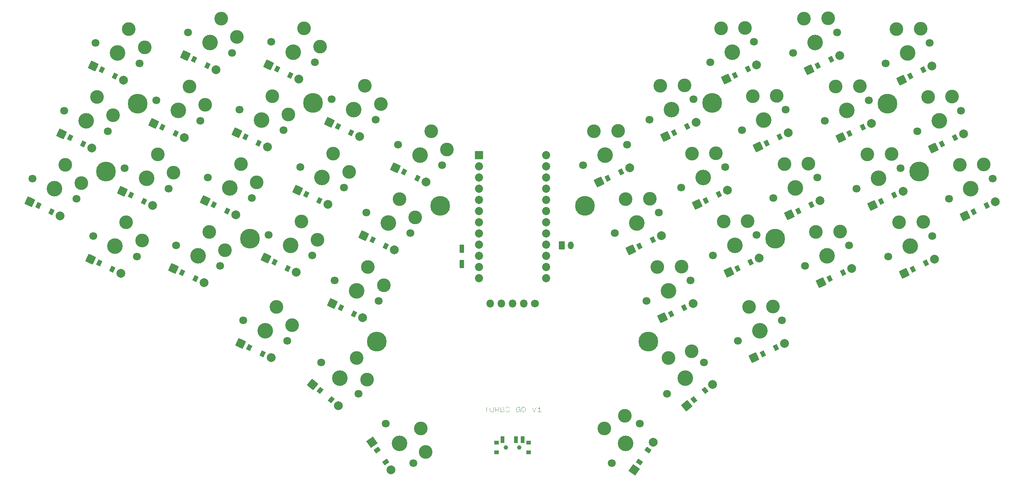
<source format=gbr>
%TF.GenerationSoftware,KiCad,Pcbnew,7.0.10*%
%TF.CreationDate,2024-01-18T08:47:23+01:00*%
%TF.ProjectId,turbo_go_2,74757262-6f5f-4676-9f5f-322e6b696361,v1.0.0*%
%TF.SameCoordinates,Original*%
%TF.FileFunction,Soldermask,Top*%
%TF.FilePolarity,Negative*%
%FSLAX46Y46*%
G04 Gerber Fmt 4.6, Leading zero omitted, Abs format (unit mm)*
G04 Created by KiCad (PCBNEW 7.0.10) date 2024-01-18 08:47:23*
%MOMM*%
%LPD*%
G01*
G04 APERTURE LIST*
G04 Aperture macros list*
%AMRoundRect*
0 Rectangle with rounded corners*
0 $1 Rounding radius*
0 $2 $3 $4 $5 $6 $7 $8 $9 X,Y pos of 4 corners*
0 Add a 4 corners polygon primitive as box body*
4,1,4,$2,$3,$4,$5,$6,$7,$8,$9,$2,$3,0*
0 Add four circle primitives for the rounded corners*
1,1,$1+$1,$2,$3*
1,1,$1+$1,$4,$5*
1,1,$1+$1,$6,$7*
1,1,$1+$1,$8,$9*
0 Add four rect primitives between the rounded corners*
20,1,$1+$1,$2,$3,$4,$5,0*
20,1,$1+$1,$4,$5,$6,$7,0*
20,1,$1+$1,$6,$7,$8,$9,0*
20,1,$1+$1,$8,$9,$2,$3,0*%
G04 Aperture macros list end*
%ADD10C,0.800000*%
%ADD11C,4.500000*%
%ADD12C,1.801800*%
%ADD13C,3.100000*%
%ADD14C,3.529000*%
%ADD15RoundRect,0.050000X-1.181415X-0.430000X0.430000X-1.181415X1.181415X0.430000X-0.430000X1.181415X0*%
%ADD16RoundRect,0.050000X-0.661409X-0.353606X0.154268X-0.733963X0.661409X0.353606X-0.154268X0.733963X0*%
%ADD17C,2.005000*%
%ADD18RoundRect,0.050000X-0.430000X-1.181415X1.181415X-0.430000X0.430000X1.181415X-1.181415X0.430000X0*%
%ADD19RoundRect,0.050000X-0.154268X-0.733963X0.661409X-0.353606X0.154268X0.733963X-0.661409X0.353606X0*%
%ADD20RoundRect,0.050000X-0.876300X0.876300X-0.876300X-0.876300X0.876300X-0.876300X0.876300X0.876300X0*%
%ADD21C,1.852600*%
%ADD22RoundRect,0.050000X-0.450000X-0.850000X0.450000X-0.850000X0.450000X0.850000X-0.450000X0.850000X0*%
%ADD23RoundRect,0.050000X-1.238136X0.218317X-0.218317X-1.238136X1.238136X-0.218317X0.218317X1.238136X0*%
%ADD24RoundRect,0.050000X-0.749601X0.024473X-0.233382X-0.712764X0.749601X-0.024473X0.233382X0.712764X0*%
%ADD25O,1.800000X1.800000*%
%ADD26C,1.800000*%
%ADD27RoundRect,0.050000X-0.600000X-0.850000X0.600000X-0.850000X0.600000X0.850000X-0.600000X0.850000X0*%
%ADD28O,1.300000X1.800000*%
%ADD29RoundRect,0.050000X-1.252452X-0.109575X0.109575X-1.252452X1.252452X0.109575X-0.109575X1.252452X0*%
%ADD30RoundRect,0.050000X-0.730393X-0.170372X-0.040953X-0.748881X0.730393X0.170372X0.040953X0.748881X0*%
%ADD31RoundRect,0.050000X0.218317X-1.238136X1.238136X0.218317X-0.218317X1.238136X-1.238136X-0.218317X0*%
%ADD32RoundRect,0.050000X0.233382X-0.712764X0.749601X0.024473X-0.233382X0.712764X-0.749601X-0.024473X0*%
%ADD33RoundRect,0.050000X-0.500000X-0.400000X0.500000X-0.400000X0.500000X0.400000X-0.500000X0.400000X0*%
%ADD34C,1.000000*%
%ADD35RoundRect,0.050000X-0.350000X-0.750000X0.350000X-0.750000X0.350000X0.750000X-0.350000X0.750000X0*%
%ADD36RoundRect,0.050000X-0.109575X-1.252452X1.252452X-0.109575X0.109575X1.252452X-1.252452X0.109575X0*%
%ADD37RoundRect,0.050000X0.040953X-0.748881X0.730393X-0.170372X-0.040953X0.748881X-0.730393X0.170372X0*%
G04 APERTURE END LIST*
%TO.C,G\u002A\u002A\u002A*%
G36*
X154405700Y-171067978D02*
G01*
X154541462Y-171071988D01*
X154634884Y-171078439D01*
X154682562Y-171087143D01*
X154688200Y-171092000D01*
X154664322Y-171104369D01*
X154598650Y-171113129D01*
X154500126Y-171117227D01*
X154472300Y-171117400D01*
X154256400Y-171117400D01*
X154256400Y-171650800D01*
X154255213Y-171843362D01*
X154251740Y-171995640D01*
X154246112Y-172104871D01*
X154238461Y-172168296D01*
X154231000Y-172184200D01*
X154221830Y-172159275D01*
X154214579Y-172086343D01*
X154209377Y-171968164D01*
X154206357Y-171807499D01*
X154205600Y-171650800D01*
X154205600Y-171117400D01*
X153989700Y-171117400D01*
X153884557Y-171114590D01*
X153810100Y-171106864D01*
X153775269Y-171095273D01*
X153773800Y-171092000D01*
X153798613Y-171082294D01*
X153870784Y-171074752D01*
X153986909Y-171069561D01*
X154143584Y-171066913D01*
X154231000Y-171066600D01*
X154405700Y-171067978D01*
G37*
G36*
X166270420Y-171053789D02*
G01*
X166279427Y-171084570D01*
X166286675Y-171162059D01*
X166291975Y-171282191D01*
X166295136Y-171440898D01*
X166296000Y-171601499D01*
X166296000Y-172133400D01*
X166461100Y-172133400D01*
X166547374Y-172136988D01*
X166606442Y-172146495D01*
X166626200Y-172158800D01*
X166601581Y-172169272D01*
X166530752Y-172177203D01*
X166418254Y-172182281D01*
X166268629Y-172184192D01*
X166257900Y-172184200D01*
X166106053Y-172182502D01*
X165991045Y-172177617D01*
X165917414Y-172169858D01*
X165889703Y-172159539D01*
X165889600Y-172158800D01*
X165912927Y-172145526D01*
X165974721Y-172136439D01*
X166054700Y-172133400D01*
X166219800Y-172133400D01*
X166219800Y-171710363D01*
X166219543Y-171555379D01*
X166218264Y-171444773D01*
X166215199Y-171372120D01*
X166209587Y-171330999D01*
X166200663Y-171314987D01*
X166187665Y-171317661D01*
X166174420Y-171328394D01*
X166111224Y-171372963D01*
X166036403Y-171408663D01*
X165966114Y-171429666D01*
X165916511Y-171430138D01*
X165907410Y-171424770D01*
X165900895Y-171398648D01*
X165929802Y-171383313D01*
X166059377Y-171327648D01*
X166150253Y-171248589D01*
X166212825Y-171135796D01*
X166230701Y-171084040D01*
X166253123Y-171053131D01*
X166270420Y-171053789D01*
G37*
G36*
X165523008Y-171072541D02*
G01*
X165518028Y-171099203D01*
X165495756Y-171164311D01*
X165459538Y-171259892D01*
X165412718Y-171377972D01*
X165358643Y-171510578D01*
X165300656Y-171649737D01*
X165242105Y-171787475D01*
X165186333Y-171915819D01*
X165136687Y-172026796D01*
X165096512Y-172112433D01*
X165069153Y-172164756D01*
X165059497Y-172177267D01*
X165023215Y-172171875D01*
X165017482Y-172165567D01*
X164999312Y-172128312D01*
X164967149Y-172054591D01*
X164924218Y-171952447D01*
X164873741Y-171829920D01*
X164818941Y-171695051D01*
X164763043Y-171555881D01*
X164709267Y-171420452D01*
X164660838Y-171296804D01*
X164620979Y-171192979D01*
X164592913Y-171117017D01*
X164579862Y-171076959D01*
X164579489Y-171072843D01*
X164592569Y-171067774D01*
X164609192Y-171080127D01*
X164631832Y-171114850D01*
X164662961Y-171176889D01*
X164705054Y-171271190D01*
X164760584Y-171402701D01*
X164832023Y-171576367D01*
X164835500Y-171584882D01*
X164896247Y-171732252D01*
X164950946Y-171862254D01*
X164996619Y-171968030D01*
X165030291Y-172042726D01*
X165048983Y-172079486D01*
X165051400Y-172082125D01*
X165064287Y-172059553D01*
X165093104Y-171996717D01*
X165134880Y-171900504D01*
X165186639Y-171777801D01*
X165245408Y-171635496D01*
X165265887Y-171585277D01*
X165338206Y-171408758D01*
X165394657Y-171274783D01*
X165437670Y-171178509D01*
X165469675Y-171115089D01*
X165493101Y-171079680D01*
X165510379Y-171067436D01*
X165523008Y-171072541D01*
G37*
G36*
X155866878Y-171091279D02*
G01*
X155874622Y-171162538D01*
X155879566Y-171276204D01*
X155881442Y-171428109D01*
X155881442Y-171453950D01*
X155877780Y-171651628D01*
X155865534Y-171805995D01*
X155841849Y-171924212D01*
X155803876Y-172013444D01*
X155748760Y-172080854D01*
X155673652Y-172133604D01*
X155596136Y-172170531D01*
X155459323Y-172205979D01*
X155325505Y-172193570D01*
X155225874Y-172155098D01*
X155128855Y-172088204D01*
X155049523Y-172000504D01*
X155048074Y-171998337D01*
X155022817Y-171958100D01*
X155004559Y-171919448D01*
X154991956Y-171873224D01*
X154983666Y-171810273D01*
X154978345Y-171721441D01*
X154974651Y-171597572D01*
X154972240Y-171481318D01*
X154970540Y-171317579D01*
X154972379Y-171191607D01*
X154977599Y-171107337D01*
X154986040Y-171068705D01*
X154989059Y-171066600D01*
X154998943Y-171090979D01*
X155007909Y-171160040D01*
X155015446Y-171267664D01*
X155021040Y-171407735D01*
X155022518Y-171466650D01*
X155026462Y-171621205D01*
X155031444Y-171734178D01*
X155038669Y-171814786D01*
X155049344Y-171872246D01*
X155064675Y-171915775D01*
X155085867Y-171954590D01*
X155086495Y-171955600D01*
X155176305Y-172057608D01*
X155287145Y-172120292D01*
X155408886Y-172144155D01*
X155531402Y-172129699D01*
X155644565Y-172077429D01*
X155738249Y-171987847D01*
X155778597Y-171921222D01*
X155799670Y-171871783D01*
X155814322Y-171818501D01*
X155823672Y-171751132D01*
X155828840Y-171659435D01*
X155830943Y-171533165D01*
X155831200Y-171439580D01*
X155832877Y-171286466D01*
X155837706Y-171170319D01*
X155845384Y-171095605D01*
X155855605Y-171066789D01*
X155856600Y-171066600D01*
X155866878Y-171091279D01*
G37*
G36*
X159187798Y-171064108D02*
G01*
X159315680Y-171128063D01*
X159413440Y-171229705D01*
X159430714Y-171257617D01*
X159457674Y-171312347D01*
X159474761Y-171370379D01*
X159484123Y-171445223D01*
X159487907Y-171550388D01*
X159488382Y-171620311D01*
X159484283Y-171780673D01*
X159471291Y-171892486D01*
X159453113Y-171950511D01*
X159370921Y-172060282D01*
X159259227Y-172142997D01*
X159130539Y-172193568D01*
X158997369Y-172206908D01*
X158882887Y-172182423D01*
X158757551Y-172115891D01*
X158667714Y-172027574D01*
X158609789Y-171911026D01*
X158580189Y-171759798D01*
X158574400Y-171628065D01*
X158575137Y-171600714D01*
X158623852Y-171600714D01*
X158630136Y-171732346D01*
X158651274Y-171850024D01*
X158674738Y-171914894D01*
X158756727Y-172032464D01*
X158864705Y-172110223D01*
X158990086Y-172145579D01*
X159124284Y-172135938D01*
X159244844Y-172087031D01*
X159321640Y-172033915D01*
X159374362Y-171971922D01*
X159407680Y-171890269D01*
X159426266Y-171778170D01*
X159433990Y-171650284D01*
X159436796Y-171529502D01*
X159434006Y-171445562D01*
X159423753Y-171384642D01*
X159404166Y-171332920D01*
X159386546Y-171299466D01*
X159300254Y-171191430D01*
X159191199Y-171123115D01*
X159068617Y-171094785D01*
X158941740Y-171106705D01*
X158819803Y-171159140D01*
X158712041Y-171252353D01*
X158690269Y-171279539D01*
X158654303Y-171358565D01*
X158632036Y-171470872D01*
X158623852Y-171600714D01*
X158575137Y-171600714D01*
X158578330Y-171482145D01*
X158592430Y-171374036D01*
X158620160Y-171291195D01*
X158664982Y-171221078D01*
X158696665Y-171184982D01*
X158798637Y-171098826D01*
X158909912Y-171053554D01*
X159036688Y-171041617D01*
X159187798Y-171064108D01*
G37*
G36*
X156536050Y-171066694D02*
G01*
X156671098Y-171068022D01*
X156766534Y-171072876D01*
X156833501Y-171082715D01*
X156883146Y-171098995D01*
X156915816Y-171116371D01*
X157003954Y-171196767D01*
X157057215Y-171301182D01*
X157075916Y-171417775D01*
X157060375Y-171534705D01*
X157010909Y-171640129D01*
X156927836Y-171722206D01*
X156899123Y-171739119D01*
X156847225Y-171769444D01*
X156822207Y-171790917D01*
X156821800Y-171792504D01*
X156835933Y-171817467D01*
X156873835Y-171873275D01*
X156928760Y-171950158D01*
X156961681Y-171995051D01*
X157026856Y-172088071D01*
X157063564Y-172151702D01*
X157069717Y-172182109D01*
X157064644Y-172184200D01*
X157034491Y-172164635D01*
X156984708Y-172112235D01*
X156923827Y-172036443D01*
X156893012Y-171994307D01*
X156758300Y-171804415D01*
X156523350Y-171803807D01*
X156288400Y-171803200D01*
X156288400Y-171993700D01*
X156285248Y-172089688D01*
X156276716Y-172156592D01*
X156264191Y-172184021D01*
X156263000Y-172184200D01*
X156253989Y-172159246D01*
X156246828Y-172086112D01*
X156241632Y-171967388D01*
X156238521Y-171805663D01*
X156237600Y-171625400D01*
X156237600Y-171117400D01*
X156288400Y-171117400D01*
X156288400Y-171422200D01*
X156288400Y-171727000D01*
X156543661Y-171727000D01*
X156693674Y-171723197D01*
X156800058Y-171711274D01*
X156869449Y-171690454D01*
X156873431Y-171688470D01*
X156956610Y-171619173D01*
X157007553Y-171522309D01*
X157022873Y-171412127D01*
X156999184Y-171302871D01*
X156975562Y-171258812D01*
X156929742Y-171199978D01*
X156876774Y-171159986D01*
X156806135Y-171135371D01*
X156707298Y-171122668D01*
X156569740Y-171118412D01*
X156548750Y-171118300D01*
X156288400Y-171117400D01*
X156237600Y-171117400D01*
X156237600Y-171066600D01*
X156536050Y-171066694D01*
G37*
G36*
X162821465Y-171073056D02*
G01*
X162942615Y-171135562D01*
X163031234Y-171235698D01*
X163088499Y-171374819D01*
X163115591Y-171554277D01*
X163116081Y-171562629D01*
X163110751Y-171757753D01*
X163070485Y-171916998D01*
X162994426Y-172042162D01*
X162881716Y-172135040D01*
X162829950Y-172161856D01*
X162688257Y-172203626D01*
X162550397Y-172195945D01*
X162439474Y-172155098D01*
X162342088Y-172087883D01*
X162262677Y-171999729D01*
X162261674Y-171998223D01*
X162231821Y-171949591D01*
X162212297Y-171903465D01*
X162200927Y-171847478D01*
X162195538Y-171769265D01*
X162193956Y-171656457D01*
X162193900Y-171612577D01*
X162193971Y-171599031D01*
X162232141Y-171599031D01*
X162241255Y-171762121D01*
X162270309Y-171887442D01*
X162322343Y-171985129D01*
X162361561Y-172030453D01*
X162474946Y-172110703D01*
X162603869Y-172145234D01*
X162739864Y-172133096D01*
X162854213Y-172085657D01*
X162920364Y-172033923D01*
X162981522Y-171965446D01*
X162987563Y-171956820D01*
X163015033Y-171909401D01*
X163032130Y-171857427D01*
X163041187Y-171787485D01*
X163044534Y-171686165D01*
X163044800Y-171627597D01*
X163038773Y-171468946D01*
X163018062Y-171350150D01*
X162978721Y-171261413D01*
X162916804Y-171192937D01*
X162851655Y-171148086D01*
X162741496Y-171107336D01*
X162616430Y-171097806D01*
X162496307Y-171118992D01*
X162415096Y-171159164D01*
X162325638Y-171254323D01*
X162264039Y-171384734D01*
X162234291Y-171540803D01*
X162232141Y-171599031D01*
X162193971Y-171599031D01*
X162194551Y-171487953D01*
X162198036Y-171402169D01*
X162206655Y-171343267D01*
X162222706Y-171299290D01*
X162248487Y-171258280D01*
X162266692Y-171233910D01*
X162357144Y-171132835D01*
X162449425Y-171073248D01*
X162559284Y-171047781D01*
X162666602Y-171046827D01*
X162821465Y-171073056D01*
G37*
G36*
X161568627Y-171054671D02*
G01*
X161700336Y-171103367D01*
X161800287Y-171191191D01*
X161867376Y-171317439D01*
X161876429Y-171346102D01*
X161886769Y-171400600D01*
X161873010Y-171420966D01*
X161861926Y-171422200D01*
X161832305Y-171401091D01*
X161825600Y-171372283D01*
X161806115Y-171314846D01*
X161756288Y-171245235D01*
X161689057Y-171177870D01*
X161617364Y-171127170D01*
X161596822Y-171117326D01*
X161495613Y-171096365D01*
X161376325Y-171101436D01*
X161262734Y-171129783D01*
X161196976Y-171163659D01*
X161127217Y-171226977D01*
X161079886Y-171306493D01*
X161051711Y-171411857D01*
X161039420Y-171552717D01*
X161038200Y-171631832D01*
X161039832Y-171750509D01*
X161046328Y-171832064D01*
X161060087Y-171890115D01*
X161083506Y-171938280D01*
X161095436Y-171956820D01*
X161187966Y-172056565D01*
X161298171Y-172117596D01*
X161417157Y-172141979D01*
X161536030Y-172131780D01*
X161645894Y-172089067D01*
X161737855Y-172015905D01*
X161803017Y-171914362D01*
X161832488Y-171786503D01*
X161832544Y-171785574D01*
X161838300Y-171688900D01*
X161641450Y-171681481D01*
X161528650Y-171673697D01*
X161465012Y-171662251D01*
X161449246Y-171649420D01*
X161480063Y-171637483D01*
X161556172Y-171628717D01*
X161673200Y-171625400D01*
X161901800Y-171625400D01*
X161901800Y-171904800D01*
X161899592Y-172030867D01*
X161893361Y-172123122D01*
X161883698Y-172175073D01*
X161876400Y-172184200D01*
X161860815Y-172161594D01*
X161851851Y-172104811D01*
X161851000Y-172077445D01*
X161851000Y-171970690D01*
X161755750Y-172063232D01*
X161645062Y-172151359D01*
X161531140Y-172197507D01*
X161400349Y-172205487D01*
X161296930Y-172191462D01*
X161224876Y-172158231D01*
X161144946Y-172092000D01*
X161069588Y-172006328D01*
X161011250Y-171914772D01*
X160987087Y-171854000D01*
X160970310Y-171749761D01*
X160966031Y-171623008D01*
X160973205Y-171491422D01*
X160990787Y-171372683D01*
X161017731Y-171284472D01*
X161021184Y-171277463D01*
X161107954Y-171162306D01*
X161227489Y-171085595D01*
X161378417Y-171048156D01*
X161406265Y-171045809D01*
X161568627Y-171054671D01*
G37*
G36*
X157864796Y-171067028D02*
G01*
X157953831Y-171069696D01*
X158013740Y-171076678D01*
X158055361Y-171090046D01*
X158089532Y-171111875D01*
X158123149Y-171140716D01*
X158174510Y-171193589D01*
X158198948Y-171246058D01*
X158205955Y-171321142D01*
X158206100Y-171341870D01*
X158199167Y-171433768D01*
X158173773Y-171497872D01*
X158144948Y-171534000D01*
X158083796Y-171599093D01*
X158150686Y-171651709D01*
X158223092Y-171738745D01*
X158255929Y-171846716D01*
X158245374Y-171960464D01*
X158235512Y-171988014D01*
X158195055Y-172063572D01*
X158141200Y-172117679D01*
X158065736Y-172153520D01*
X157960451Y-172174280D01*
X157817135Y-172183141D01*
X157729850Y-172184105D01*
X157431400Y-172184200D01*
X157431400Y-171954654D01*
X157485592Y-171954654D01*
X157487184Y-172040141D01*
X157491858Y-172093854D01*
X157493869Y-172101772D01*
X157525577Y-172120418D01*
X157595118Y-172131423D01*
X157690187Y-172135345D01*
X157798483Y-172132738D01*
X157907702Y-172124160D01*
X158005542Y-172110167D01*
X158079700Y-172091314D01*
X158112981Y-172073784D01*
X158176783Y-171986742D01*
X158198885Y-171888469D01*
X158180762Y-171791761D01*
X158123888Y-171709411D01*
X158066400Y-171669422D01*
X158008532Y-171646817D01*
X157937284Y-171634141D01*
X157839292Y-171629852D01*
X157736200Y-171631322D01*
X157494900Y-171638100D01*
X157487454Y-171851876D01*
X157485592Y-171954654D01*
X157431400Y-171954654D01*
X157431400Y-171625400D01*
X157431400Y-171117400D01*
X157478854Y-171117400D01*
X157485751Y-171346000D01*
X157492647Y-171574600D01*
X157752707Y-171574600D01*
X157872725Y-171573598D01*
X157953939Y-171569126D01*
X158008326Y-171558981D01*
X158047865Y-171540962D01*
X158083456Y-171513795D01*
X158141498Y-171433784D01*
X158158911Y-171339089D01*
X158135696Y-171245523D01*
X158083456Y-171178204D01*
X158047415Y-171150743D01*
X158008305Y-171133047D01*
X157954388Y-171123000D01*
X157873928Y-171118490D01*
X157755186Y-171117402D01*
X157745810Y-171117399D01*
X157478854Y-171117400D01*
X157431400Y-171117400D01*
X157431400Y-171066600D01*
X157735799Y-171066600D01*
X157864796Y-171067028D01*
G37*
%TD*%
D10*
%TO.C,_5*%
X142209773Y-124661613D03*
X143140848Y-123808440D03*
X142154688Y-125923266D03*
X144402501Y-123863525D03*
D11*
X143705181Y-125358933D03*
D10*
X143007861Y-126854341D03*
X145255674Y-124794600D03*
X144269514Y-126909426D03*
X145200589Y-126056253D03*
%TD*%
D12*
%TO.C,S44*%
X245382279Y-136857553D03*
D13*
X247852393Y-129140622D03*
D14*
X250366972Y-134533153D03*
D13*
X253313692Y-129021407D03*
D12*
X255351665Y-132208753D03*
%TD*%
D15*
%TO.C,D9*%
X90382003Y-124216557D03*
D16*
X92339628Y-125129413D03*
X95330444Y-126524053D03*
D17*
X97288069Y-127436909D03*
%TD*%
D10*
%TO.C,_4*%
X99017231Y-132105052D03*
X99948306Y-131251879D03*
X98962146Y-133366705D03*
X101209959Y-131306964D03*
D11*
X100512639Y-132802372D03*
D10*
X99815319Y-134297780D03*
X102063132Y-132238039D03*
X101076972Y-134352865D03*
X102008047Y-133499692D03*
%TD*%
D12*
%TO.C,S10*%
X98147948Y-103563560D03*
D13*
X105647220Y-100495429D03*
D14*
X103132641Y-105887960D03*
D13*
X109248998Y-104602397D03*
D12*
X108117334Y-108212360D03*
%TD*%
D18*
%TO.C,D23*%
X248435835Y-96815416D03*
D19*
X250393460Y-95902560D03*
X253384276Y-94507920D03*
D17*
X255341901Y-93595064D03*
%TD*%
D12*
%TO.C,S5*%
X72114183Y-116801507D03*
D13*
X79613455Y-113733376D03*
D14*
X77098876Y-119125907D03*
D13*
X83215233Y-117840344D03*
D12*
X82083569Y-121450307D03*
%TD*%
%TO.C,S4*%
X64929679Y-132208747D03*
D13*
X72428951Y-129140616D03*
D14*
X69914372Y-134533147D03*
D13*
X76030729Y-133247584D03*
D12*
X74899065Y-136857547D03*
%TD*%
%TO.C,S23*%
X244791080Y-92998107D03*
D13*
X247261194Y-85281176D03*
D14*
X249775773Y-90673707D03*
D13*
X252722493Y-85161961D03*
D12*
X254760466Y-88349307D03*
%TD*%
%TO.C,S56*%
X183340486Y-131583391D03*
D13*
X185810600Y-123866460D03*
D14*
X188325179Y-129258991D03*
D13*
X191271899Y-123747245D03*
D12*
X193309872Y-126934591D03*
%TD*%
D10*
%TO.C,_2*%
X66390154Y-116890794D03*
X67321229Y-116037621D03*
X66335069Y-118152447D03*
X68582882Y-116092706D03*
D11*
X67885562Y-117588114D03*
D10*
X67188242Y-119083522D03*
X69436055Y-117023781D03*
X68449895Y-119138607D03*
X69380970Y-118285434D03*
%TD*%
D18*
%TO.C,D51*%
X208624239Y-96622443D03*
D19*
X210581864Y-95709587D03*
X213572680Y-94314947D03*
D17*
X215530305Y-93402091D03*
%TD*%
D18*
%TO.C,D46*%
X234658006Y-109860394D03*
D19*
X236615631Y-108947538D03*
X239606447Y-107552898D03*
D17*
X241564072Y-106640042D03*
%TD*%
D12*
%TO.C,S6*%
X79298702Y-101394276D03*
D13*
X86797974Y-98326145D03*
D14*
X84283395Y-103718676D03*
D13*
X90399752Y-102433113D03*
D12*
X89268088Y-106043076D03*
%TD*%
D18*
%TO.C,D47*%
X227473487Y-94453158D03*
D19*
X229431112Y-93540302D03*
X232421928Y-92145662D03*
D17*
X234379553Y-91232806D03*
%TD*%
D12*
%TO.C,S73*%
X111925781Y-116608535D03*
D13*
X119425053Y-113540404D03*
D14*
X116910474Y-118932935D03*
D13*
X123026831Y-117647372D03*
D12*
X121895167Y-121257335D03*
%TD*%
D18*
%TO.C,D41*%
X262804852Y-127629890D03*
D19*
X264762477Y-126717034D03*
X267753293Y-125322394D03*
D17*
X269710918Y-124409538D03*
%TD*%
D10*
%TO.C,_12*%
X189449768Y-156870728D03*
X189394683Y-155609075D03*
X190380843Y-157723901D03*
X190247856Y-154678000D03*
D11*
X190945176Y-156173408D03*
D10*
X191642496Y-157668816D03*
X191509509Y-154622915D03*
X192495669Y-156737741D03*
X192440584Y-155476088D03*
%TD*%
D12*
%TO.C,S27*%
X223828738Y-90635848D03*
D13*
X226298852Y-82918917D03*
D14*
X228813431Y-88311448D03*
D13*
X231760151Y-82799702D03*
D12*
X233798124Y-85987048D03*
%TD*%
D10*
%TO.C,_6*%
X127840751Y-155476085D03*
X128771826Y-154622912D03*
X127785666Y-156737738D03*
X130033479Y-154677997D03*
D11*
X129336159Y-156173405D03*
D10*
X128638839Y-157668813D03*
X130886652Y-155609072D03*
X129900492Y-157723898D03*
X130831567Y-156870725D03*
%TD*%
D18*
%TO.C,D32*%
X209215425Y-140481884D03*
D19*
X211173050Y-139569028D03*
X214163866Y-138174388D03*
D17*
X216121491Y-137261532D03*
%TD*%
D10*
%TO.C,_3*%
X113386250Y-101290589D03*
X114317325Y-100437416D03*
X113331165Y-102552242D03*
X115578978Y-100492501D03*
D11*
X114881658Y-101987909D03*
D10*
X114184338Y-103483317D03*
X116432151Y-101423576D03*
X115445991Y-103538402D03*
X116377066Y-102685229D03*
%TD*%
D12*
%TO.C,S53*%
X198386175Y-121257331D03*
D13*
X200856289Y-113540400D03*
D14*
X203370868Y-118932931D03*
D13*
X206317588Y-113421185D03*
D12*
X208355561Y-116608531D03*
%TD*%
D20*
%TO.C,MCU1*%
X152520659Y-113881757D03*
D21*
X152520659Y-116421757D03*
X152520659Y-118961757D03*
X152520659Y-121501757D03*
X152520659Y-124041757D03*
X152520659Y-126581757D03*
X152520659Y-129121757D03*
X152520659Y-131661757D03*
X152520659Y-134201757D03*
X152520659Y-136741757D03*
X152520659Y-139281757D03*
X152520659Y-141821757D03*
X167760659Y-113881757D03*
X167760659Y-116421757D03*
X167760659Y-118961757D03*
X167760659Y-121501757D03*
X167760659Y-124041757D03*
X167760659Y-126581757D03*
X167760659Y-129121757D03*
X167760659Y-131661757D03*
X167760659Y-134201757D03*
X167760659Y-136741757D03*
X167760659Y-139281757D03*
X167760659Y-141821757D03*
%TD*%
D15*
%TO.C,D14*%
X118528853Y-106447062D03*
D16*
X120486478Y-107359918D03*
X123477294Y-108754558D03*
D17*
X125434919Y-109667414D03*
%TD*%
D22*
%TO.C,*%
X148640664Y-135151757D03*
X148640664Y-138551757D03*
%TD*%
D12*
%TO.C,S55*%
X190524993Y-146990617D03*
D13*
X192995107Y-139273686D03*
D14*
X195509686Y-144666217D03*
D13*
X198456406Y-139154471D03*
D12*
X200494379Y-142341817D03*
%TD*%
%TO.C,S39*%
X195152954Y-168050402D03*
D13*
X195541612Y-159957106D03*
D14*
X199366198Y-164515070D03*
D13*
X200785967Y-158428465D03*
D12*
X203579442Y-160979738D03*
%TD*%
D23*
%TO.C,D20*%
X128189722Y-179055414D03*
D24*
X129428647Y-180824782D03*
X131321449Y-183527984D03*
D17*
X132560374Y-185297352D03*
%TD*%
D15*
%TO.C,D15*%
X119205520Y-147587586D03*
D16*
X121163145Y-148500442D03*
X124153961Y-149895082D03*
D17*
X126111586Y-150807938D03*
%TD*%
D12*
%TO.C,S18*%
X99007827Y-151409780D03*
D13*
X106507099Y-148341649D03*
D14*
X103992520Y-153734180D03*
D13*
X110108877Y-152448617D03*
D12*
X108977213Y-156058580D03*
%TD*%
D15*
%TO.C,D64*%
X64348247Y-137454510D03*
D16*
X66305872Y-138367366D03*
X69296688Y-139762006D03*
D17*
X71254313Y-140674862D03*
%TD*%
D12*
%TO.C,S46*%
X231013250Y-106043076D03*
D13*
X233483364Y-98326145D03*
D14*
X235997943Y-103718676D03*
D13*
X238944663Y-98206930D03*
D12*
X240982636Y-101394276D03*
%TD*%
D10*
%TO.C,_10*%
X218273287Y-133499694D03*
X218218202Y-132238041D03*
X219204362Y-134352867D03*
X219071375Y-131306966D03*
D11*
X219768695Y-132802374D03*
D10*
X220466015Y-134297782D03*
X220333028Y-131251881D03*
X221319188Y-133366707D03*
X221264103Y-132105054D03*
%TD*%
D15*
%TO.C,D71*%
X104751029Y-93402083D03*
D16*
X106708654Y-94314939D03*
X109699470Y-95709579D03*
D17*
X111657095Y-96622435D03*
%TD*%
D12*
%TO.C,S74*%
X119110283Y-101201305D03*
D13*
X126609555Y-98133174D03*
D14*
X124094976Y-103525705D03*
D13*
X130211333Y-102240142D03*
D12*
X129079669Y-105850105D03*
%TD*%
D25*
%TO.C,DISP1*%
X155060664Y-147551749D03*
X157600664Y-147551749D03*
X160140664Y-147551749D03*
X162680664Y-147551749D03*
D26*
X165220664Y-147551749D03*
%TD*%
D18*
%TO.C,D38*%
X214948874Y-159875893D03*
D19*
X216906499Y-158963037D03*
X219897315Y-157568397D03*
D17*
X221854940Y-156655541D03*
%TD*%
D12*
%TO.C,S72*%
X104741266Y-132015766D03*
D13*
X112240538Y-128947635D03*
D14*
X109725959Y-134340166D03*
D13*
X115842316Y-133054603D03*
D12*
X114710652Y-136664566D03*
%TD*%
D10*
%TO.C,_11*%
X175080742Y-126056259D03*
X175025657Y-124794606D03*
X176011817Y-126909432D03*
X175878830Y-123863531D03*
D11*
X176576150Y-125358939D03*
D10*
X177273470Y-126854347D03*
X177140483Y-123808446D03*
X178126643Y-125923272D03*
X178071558Y-124661619D03*
%TD*%
D18*
%TO.C,D22*%
X255620345Y-112222654D03*
D19*
X257577970Y-111309798D03*
X260568786Y-109915158D03*
D17*
X262526411Y-109002302D03*
%TD*%
D18*
%TO.C,D50*%
X215808756Y-112029680D03*
D19*
X217766381Y-111116824D03*
X220757197Y-109722184D03*
D17*
X222714822Y-108809328D03*
%TD*%
D10*
%TO.C,_1*%
X73574671Y-101483561D03*
X74505746Y-100630388D03*
X73519586Y-102745214D03*
X75767399Y-100685473D03*
D11*
X75070079Y-102180881D03*
D10*
X74372759Y-103676289D03*
X76620572Y-101616548D03*
X75634412Y-103731374D03*
X76565487Y-102878201D03*
%TD*%
D12*
%TO.C,S80*%
X131316145Y-174803172D03*
D13*
X139344770Y-175895728D03*
D14*
X134470815Y-179308508D03*
D13*
X140410517Y-181253357D03*
D12*
X137625485Y-183813844D03*
%TD*%
D18*
%TO.C,D44*%
X249027026Y-140674860D03*
D19*
X250984651Y-139762004D03*
X253975467Y-138367364D03*
D17*
X255933092Y-137454508D03*
%TD*%
D12*
%TO.C,S48*%
X226533023Y-139026824D03*
D13*
X229003137Y-131309893D03*
D14*
X231517716Y-136702424D03*
D13*
X234464436Y-131190678D03*
D12*
X236502409Y-134378024D03*
%TD*%
D15*
%TO.C,D78*%
X98426389Y-156655541D03*
D16*
X100384014Y-157568397D03*
X103374830Y-158963037D03*
D17*
X105332455Y-159875893D03*
%TD*%
D12*
%TO.C,S67*%
X86483195Y-85987048D03*
D13*
X93982467Y-82918917D03*
D14*
X91467888Y-88311448D03*
D13*
X97584245Y-87025885D03*
D12*
X96452581Y-90635848D03*
%TD*%
%TO.C,S3*%
X65520854Y-88349304D03*
D13*
X73020126Y-85281173D03*
D14*
X70505547Y-90673704D03*
D13*
X76621904Y-89388141D03*
D12*
X75490240Y-92998104D03*
%TD*%
%TO.C,S31*%
X204979490Y-92805129D03*
D13*
X207449604Y-85088198D03*
D14*
X209964183Y-90480729D03*
D13*
X212910903Y-84968983D03*
D12*
X214948876Y-88156329D03*
%TD*%
D18*
%TO.C,D49*%
X222993264Y-127436908D03*
D19*
X224950889Y-126524052D03*
X227941705Y-125129412D03*
D17*
X229899330Y-124216556D03*
%TD*%
D12*
%TO.C,S58*%
X211304123Y-156058585D03*
D13*
X213774237Y-148341654D03*
D14*
X216288816Y-153734185D03*
D13*
X219235536Y-148222439D03*
D12*
X221273509Y-151409785D03*
%TD*%
%TO.C,S45*%
X238197757Y-121450311D03*
D13*
X240667871Y-113733380D03*
D14*
X243182450Y-119125911D03*
D13*
X246129170Y-113614165D03*
D12*
X248167143Y-116801511D03*
%TD*%
D10*
%TO.C,_8*%
X250900361Y-118285426D03*
X250845276Y-117023773D03*
X251831436Y-119138599D03*
X251698449Y-116092698D03*
D11*
X252395769Y-117588106D03*
D10*
X253093089Y-119083514D03*
X252960102Y-116037613D03*
X253946262Y-118152439D03*
X253891177Y-116890786D03*
%TD*%
D18*
%TO.C,D33*%
X202030912Y-125074647D03*
D19*
X203988537Y-124161791D03*
X206979353Y-122767151D03*
D17*
X208936978Y-121854295D03*
%TD*%
D12*
%TO.C,S32*%
X205570682Y-136664564D03*
D13*
X208040796Y-128947633D03*
D14*
X210555375Y-134340164D03*
D13*
X213502095Y-128828418D03*
D12*
X215540068Y-132015764D03*
%TD*%
%TO.C,S60*%
X182655853Y-183813843D03*
D13*
X180936568Y-175895727D03*
D14*
X185810523Y-179308507D03*
D13*
X185606585Y-173061835D03*
D12*
X188965193Y-174803171D03*
%TD*%
D15*
%TO.C,D70*%
X97566520Y-108809324D03*
D16*
X99524145Y-109722180D03*
X102514961Y-111116820D03*
D17*
X104472586Y-112029676D03*
%TD*%
D12*
%TO.C,S57*%
X176155978Y-116176160D03*
D13*
X178626092Y-108459229D03*
D14*
X181140671Y-113851760D03*
D13*
X184087391Y-108340014D03*
D12*
X186125364Y-111527360D03*
%TD*%
%TO.C,S71*%
X105332449Y-88156326D03*
D13*
X112831721Y-85088195D03*
D14*
X110317142Y-90480726D03*
D13*
X116433499Y-89195163D03*
D12*
X115301835Y-92805126D03*
%TD*%
D18*
%TO.C,D37*%
X179800724Y-119993471D03*
D19*
X181758349Y-119080615D03*
X184749165Y-117685975D03*
D17*
X186706790Y-116773119D03*
%TD*%
D15*
%TO.C,D61*%
X50570422Y-124409534D03*
D16*
X52528047Y-125322390D03*
X55518863Y-126717030D03*
D17*
X57476488Y-127629886D03*
%TD*%
D18*
%TO.C,D28*%
X230177770Y-142844149D03*
D19*
X232135395Y-141931293D03*
X235126211Y-140536653D03*
D17*
X237083836Y-139623797D03*
%TD*%
D12*
%TO.C,S2*%
X58336356Y-103756534D03*
D13*
X65835628Y-100688403D03*
D14*
X63321049Y-106080934D03*
D13*
X69437406Y-104795371D03*
D12*
X68305742Y-108405334D03*
%TD*%
D15*
%TO.C,D65*%
X71532755Y-122047277D03*
D16*
X73490380Y-122960133D03*
X76481196Y-124354773D03*
D17*
X78438821Y-125267629D03*
%TD*%
D12*
%TO.C,S8*%
X83778928Y-134378024D03*
D13*
X91278200Y-131309893D03*
D14*
X88763621Y-136702424D03*
D13*
X94879978Y-135416861D03*
D12*
X93748314Y-139026824D03*
%TD*%
%TO.C,S34*%
X191201663Y-105850096D03*
D13*
X193671777Y-98133165D03*
D14*
X196186356Y-103525696D03*
D13*
X199133076Y-98013950D03*
D12*
X201171049Y-101201296D03*
%TD*%
D27*
%TO.C,JST1*%
X171340664Y-134351753D03*
D28*
X173340664Y-134351753D03*
%TD*%
D15*
%TO.C,D16*%
X126390037Y-132180353D03*
D16*
X128347662Y-133093209D03*
X131338478Y-134487849D03*
D17*
X133296103Y-135400705D03*
%TD*%
D15*
%TO.C,D67*%
X85901780Y-91232811D03*
D16*
X87859405Y-92145667D03*
X90850221Y-93540307D03*
D17*
X92807846Y-94453163D03*
%TD*%
D12*
%TO.C,S68*%
X83778928Y-134378024D03*
D13*
X91278200Y-131309893D03*
D14*
X88763621Y-136702424D03*
D13*
X94879978Y-135416861D03*
D12*
X93748314Y-139026824D03*
%TD*%
D15*
%TO.C,D62*%
X57754933Y-109002291D03*
D16*
X59712558Y-109915147D03*
X62703374Y-111309787D03*
D17*
X64660999Y-112222643D03*
%TD*%
D12*
%TO.C,S15*%
X119786950Y-142341819D03*
D13*
X127286222Y-139273688D03*
D14*
X124771643Y-144666219D03*
D13*
X130888000Y-143380656D03*
D12*
X129756336Y-146990619D03*
%TD*%
%TO.C,S77*%
X134155975Y-111527360D03*
D13*
X141655247Y-108459229D03*
D14*
X139140668Y-113851760D03*
D13*
X145257025Y-112566197D03*
D12*
X144125361Y-116176160D03*
%TD*%
%TO.C,S41*%
X259160107Y-123812576D03*
D13*
X261630221Y-116095645D03*
D14*
X264144800Y-121488176D03*
D13*
X267091520Y-115976430D03*
D12*
X269129493Y-119163776D03*
%TD*%
D15*
%TO.C,D13*%
X111344353Y-121854304D03*
D16*
X113301978Y-122767160D03*
X116292794Y-124161800D03*
D17*
X118250419Y-125074656D03*
%TD*%
D12*
%TO.C,S9*%
X90963432Y-118970795D03*
D13*
X98462704Y-115902664D03*
D14*
X95948125Y-121295195D03*
D13*
X102064482Y-120009632D03*
D12*
X100932818Y-123619595D03*
%TD*%
%TO.C,S42*%
X251975586Y-108405333D03*
D13*
X254445700Y-100688402D03*
D14*
X256960279Y-106080933D03*
D13*
X259906999Y-100569187D03*
D12*
X261944972Y-103756533D03*
%TD*%
%TO.C,S19*%
X116701886Y-160979734D03*
D13*
X124739716Y-159957102D03*
D14*
X120915130Y-164515066D03*
D13*
X127155806Y-164856337D03*
D12*
X125128374Y-168050398D03*
%TD*%
D18*
%TO.C,D55*%
X194169745Y-150807937D03*
D19*
X196127370Y-149895081D03*
X199118186Y-148500441D03*
D17*
X201075811Y-147587585D03*
%TD*%
D29*
%TO.C,D79*%
X114782559Y-165896266D03*
D30*
X116437215Y-167284687D03*
X118965161Y-169405887D03*
D17*
X120619817Y-170794308D03*
%TD*%
D12*
%TO.C,S29*%
X219348508Y-123619588D03*
D13*
X221818622Y-115902657D03*
D14*
X224333201Y-121295188D03*
D13*
X227279921Y-115783442D03*
D12*
X229317894Y-118970788D03*
%TD*%
D15*
%TO.C,D77*%
X133574543Y-116773116D03*
D16*
X135532168Y-117685972D03*
X138522984Y-119080612D03*
D17*
X140480609Y-119993468D03*
%TD*%
D29*
%TO.C,D19*%
X114782559Y-165896266D03*
D30*
X116437215Y-167284687D03*
X118965161Y-169405887D03*
D17*
X120619817Y-170794308D03*
%TD*%
D10*
%TO.C,_7*%
X243715850Y-102878197D03*
X243660765Y-101616544D03*
X244646925Y-103731370D03*
X244513938Y-100685469D03*
D11*
X245211258Y-102180877D03*
D10*
X245908578Y-103676285D03*
X245775591Y-100630384D03*
X246761751Y-102745210D03*
X246706666Y-101483557D03*
%TD*%
D31*
%TO.C,D60*%
X187720954Y-185297358D03*
D32*
X188959879Y-183527990D03*
X190852681Y-180824788D03*
D17*
X192091606Y-179055420D03*
%TD*%
D18*
%TO.C,D25*%
X241842513Y-125267628D03*
D19*
X243800138Y-124354772D03*
X246790954Y-122960132D03*
D17*
X248748579Y-122047276D03*
%TD*%
D15*
%TO.C,D3*%
X64939442Y-93595066D03*
D16*
X66897067Y-94507922D03*
X69887883Y-95902562D03*
D17*
X71845508Y-96815418D03*
%TD*%
D18*
%TO.C,D54*%
X194846413Y-109667415D03*
D19*
X196804038Y-108754559D03*
X199794854Y-107359919D03*
D17*
X201752479Y-106447063D03*
%TD*%
D12*
%TO.C,S52*%
X205570682Y-136664564D03*
D13*
X208040796Y-128947633D03*
D14*
X210555375Y-134340164D03*
D13*
X213502095Y-128828418D03*
D12*
X215540068Y-132015764D03*
%TD*%
D15*
%TO.C,D12*%
X104159838Y-137261531D03*
D16*
X106117463Y-138174387D03*
X109108279Y-139569027D03*
D17*
X111065904Y-140481883D03*
%TD*%
D18*
%TO.C,D56*%
X186985235Y-135400710D03*
D19*
X188942860Y-134487854D03*
X191933676Y-133093214D03*
D17*
X193891301Y-132180358D03*
%TD*%
D12*
%TO.C,S61*%
X51151849Y-119163764D03*
D13*
X58651121Y-116095633D03*
D14*
X56136542Y-121488164D03*
D13*
X62252899Y-120202601D03*
D12*
X61121235Y-123812564D03*
%TD*%
%TO.C,S30*%
X212164000Y-108212358D03*
D13*
X214634114Y-100495427D03*
D14*
X217148693Y-105887958D03*
D13*
X220095413Y-100376212D03*
D12*
X222133386Y-103563558D03*
%TD*%
D33*
%TO.C,*%
X156490670Y-179128508D03*
X156490670Y-181338508D03*
D34*
X158640670Y-180238508D03*
X158640670Y-180238508D03*
X161640670Y-180238508D03*
X161640670Y-180238508D03*
D33*
X163790670Y-179128508D03*
X163790670Y-181338508D03*
D35*
X157890670Y-178478508D03*
X160890670Y-178478508D03*
X162390670Y-178478508D03*
%TD*%
D12*
%TO.C,S16*%
X126971456Y-126934594D03*
D13*
X134470728Y-123866463D03*
D14*
X131956149Y-129258994D03*
D13*
X138072506Y-127973431D03*
D12*
X136940842Y-131583394D03*
%TD*%
D10*
%TO.C,_9*%
X203904256Y-102685236D03*
X203849171Y-101423583D03*
X204835331Y-103538409D03*
X204702344Y-100492508D03*
D11*
X205399664Y-101987916D03*
D10*
X206096984Y-103483324D03*
X205963997Y-100437423D03*
X206950157Y-102552249D03*
X206895072Y-101290596D03*
%TD*%
D15*
%TO.C,D66*%
X78717267Y-106640044D03*
D16*
X80674892Y-107552900D03*
X83665708Y-108947540D03*
D17*
X85623333Y-109860396D03*
%TD*%
D18*
%TO.C,D34*%
X194846413Y-109667415D03*
D19*
X196804038Y-108754559D03*
X199794854Y-107359919D03*
D17*
X201752479Y-106447063D03*
%TD*%
D18*
%TO.C,D48*%
X230177770Y-142844149D03*
D19*
X232135395Y-141931293D03*
X235126211Y-140536653D03*
D17*
X237083836Y-139623797D03*
%TD*%
D15*
%TO.C,D8*%
X83197494Y-139623794D03*
D16*
X85155119Y-140536650D03*
X88145935Y-141931290D03*
D17*
X90103560Y-142844146D03*
%TD*%
D36*
%TO.C,D59*%
X199661508Y-170794309D03*
D37*
X201316164Y-169405888D03*
X203844110Y-167284688D03*
D17*
X205498766Y-165896267D03*
%TD*%
M02*

</source>
